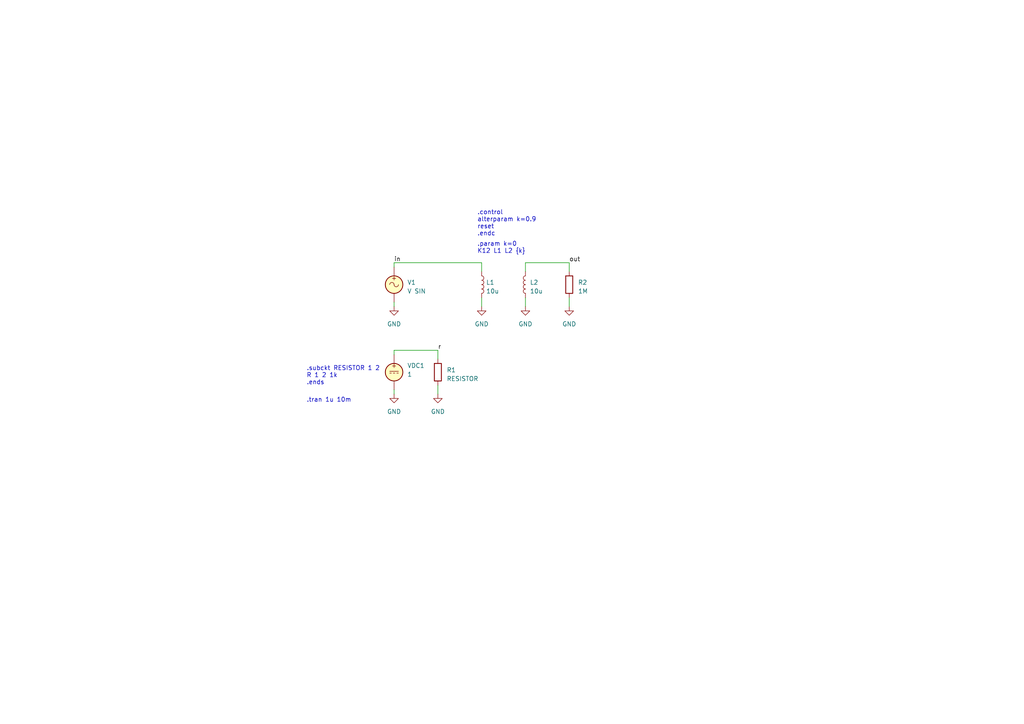
<source format=kicad_sch>
(kicad_sch (version 20221004) (generator eeschema)
  (paper "A4")
  (lib_symbols
    (symbol "Device:L" (pin_numbers hide) (pin_names (offset 1.016) hide)
      (property "Reference" "L" (at -1.27 0 90))
      (property "Value" "L" (at 1.905 0 90))
      (symbol "L_0_1"
        (arc (start 0 -2.54) (mid 0.6323 -1.905) (end 0 -1.27))
        (arc (start 0 -1.27) (mid 0.6323 -0.635) (end 0 0))
        (arc (start 0 0) (mid 0.6323 0.635) (end 0 1.27))
        (arc (start 0 1.27) (mid 0.6323 1.905) (end 0 2.54))
      )
      (symbol "L_1_1"
        (pin passive line (at 0 3.81 270) (length 1.27) (name "1") (number "1"))
        (pin passive line (at 0 -3.81 90) (length 1.27) (name "2") (number "2"))
      )
    )
    (symbol "Device:R" (pin_numbers hide) (pin_names (offset 0))
      (property "Reference" "R" (at 2.032 0 90))
      (property "Value" "R" (at 0 0 90))
      (symbol "R_0_1"
        (rectangle (start -1.016 -2.54) (end 1.016 2.54) (stroke (width 0.254)))
      )
      (symbol "R_1_1"
        (pin passive line (at 0 3.81 270) (length 1.27) (name "~") (number "1"))
        (pin passive line (at 0 -3.81 90) (length 1.27) (name "~") (number "2"))
      )
    )
    (symbol "Simulation_SPICE:VDC" (pin_numbers hide) (pin_names (offset 0.0254))
      (property "Reference" "V" (at 2.54 2.54 0))
      (property "Value" "VDC" (at 2.54 0 0))
      (property "Spice_Model" "dc(1)" (at 2.54 -2.54 0))
      (symbol "VDC_0_0"
        (polyline (pts (xy -1.27 0.254) (xy 1.27 0.254)))
        (polyline (pts (xy -0.762 -0.254) (xy -1.27 -0.254)))
        (polyline (pts (xy 0.254 -0.254) (xy -0.254 -0.254)))
        (polyline (pts (xy 1.27 -0.254) (xy 0.762 -0.254)))
        (text "+" (at 0 1.905 0) (effects (font (size 1.27 1.27))))
      )
      (symbol "VDC_0_1"
        (circle (center 0 0) (radius 2.54) (stroke (width 0.254)) (fill (type background)))
      )
      (symbol "VDC_1_1"
        (pin passive line (at 0 5.08 270) (length 2.54) (name "~") (number "1"))
        (pin passive line (at 0 -5.08 90) (length 2.54) (name "~") (number "2"))
      )
    )
    (symbol "Simulation_SPICE:VSIN" (pin_numbers hide) (pin_names (offset 0.0254))
      (property "Reference" "V" (at 2.54 2.54 0))
      (property "Value" "VSIN" (at 2.54 0 0))
      (property "Spice_Model" "sin(0 1 1k)" (at 2.54 -2.54 0))
      (symbol "VSIN_0_0"
        (arc (start 0 0) (mid -0.635 0.6323) (end -1.27 0))
        (arc (start 0 0) (mid 0.635 -0.6323) (end 1.27 0))
        (text "+" (at 0 1.905 0) (effects (font (size 1.27 1.27))))
      )
      (symbol "VSIN_0_1"
        (circle (center 0 0) (radius 2.54) (stroke (width 0.254)) (fill (type background)))
      )
      (symbol "VSIN_1_1"
        (pin passive line (at 0 5.08 270) (length 2.54) (name "~") (number "1"))
        (pin passive line (at 0 -5.08 90) (length 2.54) (name "~") (number "2"))
      )
    )
    (symbol "power:GND" (power) (pin_names (offset 0))
      (property "Value" "GND" (at 0 -3.81 0))
      (symbol "GND_0_1"
        (polyline (pts (xy 0 0) (xy 0 -1.27) (xy 1.27 -1.27) (xy 0 -2.54) (xy -1.27 -1.27) (xy 0 -1.27)))
      )
      (symbol "GND_1_1"
        (pin power_in line (at 0 0 270) (length 0) hide (name "GND") (number "1"))
      )
    )
  )
  (wire (pts (xy 114.3 76.2) (xy 139.7 76.2)))
  (wire (pts (xy 165.1 86.36) (xy 165.1 88.9)))
  (wire (pts (xy 114.3 88.9) (xy 114.3 87.63)))
  (wire (pts (xy 152.4 76.2) (xy 152.4 78.74)))
  (wire (pts (xy 152.4 76.2) (xy 165.1 76.2)))
  (wire (pts (xy 114.3 101.6) (xy 127 101.6)))
  (wire (pts (xy 127 111.76) (xy 127 114.3)))
  (wire (pts (xy 139.7 86.36) (xy 139.7 88.9)))
  (wire (pts (xy 127 101.6) (xy 127 104.14)))
  (wire (pts (xy 114.3 76.2) (xy 114.3 77.47)))
  (wire (pts (xy 165.1 76.2) (xy 165.1 78.74)))
  (wire (pts (xy 114.3 113.03) (xy 114.3 114.3)))
  (wire (pts (xy 152.4 86.36) (xy 152.4 88.9)))
  (wire (pts (xy 114.3 102.87) (xy 114.3 101.6)))
  (wire (pts (xy 139.7 78.74) (xy 139.7 76.2)))
  (text ".tran 1u 10m" (at 88.9 116.84 0) (effects (font (size 1.27 1.27)) (justify left bottom)))
  (text ".param k=0\nK12 L1 L2 {k}" (at 138.43 73.66 0) (effects (font (size 1.27 1.27)) (justify left bottom)))
  (text ".control\nalterparam k=0.9\nreset\n.endc" (at 138.43 68.58 0) (effects (font (size 1.27 1.27)) (justify left bottom)))
  (text ".subckt RESISTOR 1 2\nR 1 2 1k\n.ends" (at 88.9 111.76 0) (effects (font (size 1.27 1.27)) (justify left bottom)))
  (label "r" (at 127 101.6 0))
  (label "out" (at 165.1 76.2 0))
  (label "in" (at 114.3 76.2 0))
  (symbol (lib_id "power:GND") (at 165.1 88.9 0) (unit 1)
    (property "Reference" "#PWR06" (effects hide))
    (property "Value" "GND" (at 165.1 93.98 0))
  )
  (symbol (lib_id "Simulation_SPICE:VDC") (at 114.3 107.95 0) (unit 1)
    (property "Reference" "VDC1" (at 118.11 106.045 0) (effects (justify left)))
    (property "Value" "1" (at 118.11 108.585 0) (effects (justify left)))
    (property "Sim.Device" "V" (effects hide))
  )
  (symbol (lib_id "Device:R") (at 165.1 82.55 0) (unit 1)
    (property "Reference" "R2" (at 167.64 81.915 0) (effects (justify left)))
    (property "Value" "1M" (at 167.64 84.455 0) (effects (justify left)))
    (property "Sim.Device" "R" (effects hide))
  )
  (symbol (lib_id "Device:R") (at 127 107.95 0) (unit 1)
    (property "Reference" "R1" (at 129.54 107.315 0) (effects (justify left)))
    (property "Value" "RESISTOR" (at 129.54 109.855 0) (effects (justify left)))
    (property "Sim.Device" "SPICE" (effects hide))
    (property "Sim.Pins" "1 2" (effects hide))
    (property "Sim.Params" "type=X model=RESISTOR" (effects hide))
  )
  (symbol (lib_id "power:GND") (at 114.3 114.3 0) (unit 1)
    (property "Reference" "#PWR02" (effects hide))
    (property "Value" "GND" (at 114.3 119.38 0))
  )
  (symbol (lib_id "power:GND") (at 127 114.3 0) (unit 1)
    (property "Reference" "#PWR03" (effects hide))
    (property "Value" "GND" (at 127 119.38 0))
  )
  (symbol (lib_id "power:GND") (at 152.4 88.9 0) (unit 1)
    (property "Reference" "#PWR05" (effects hide))
    (property "Value" "GND" (at 152.4 93.98 0))
  )
  (symbol (lib_id "Device:L") (at 152.4 82.55 180) (unit 1)
    (property "Reference" "L2" (at 153.67 81.915 0) (effects (justify right)))
    (property "Value" "10u" (at 153.67 84.455 0) (effects (justify right)))
    (property "Sim.Device" "L" (effects hide))
  )
  (symbol (lib_id "Device:L") (at 139.7 82.55 0) (unit 1)
    (property "Reference" "L1" (at 140.97 81.915 0) (effects (justify left)))
    (property "Value" "10u" (at 140.97 84.455 0) (effects (justify left)))
    (property "Sim.Device" "L" (effects hide))
  )
  (symbol (lib_id "Simulation_SPICE:VSIN") (at 114.3 82.55 0) (unit 1)
    (property "Reference" "V1" (at 118.11 81.915 0) (effects (justify left)))
    (property "Value" "${Sim.Device} ${Sim.Type}" (at 118.11 84.455 0) (effects (justify left)))
    (property "Sim.Device" "V" (effects hide))
    (property "Sim.Type" "SIN" (effects hide))
    (property "Sim.Params" "ampl=1 f=1k" (effects hide))
  )
  (symbol (lib_id "power:GND") (at 139.7 88.9 0) (unit 1)
    (property "Reference" "#PWR04" (effects hide))
    (property "Value" "GND" (at 139.7 93.98 0))
  )
  (symbol (lib_id "power:GND") (at 114.3 88.9 0) (unit 1)
    (property "Reference" "#PWR01" (effects hide))
    (property "Value" "GND" (at 114.3 93.98 0))
  )
)
</source>
